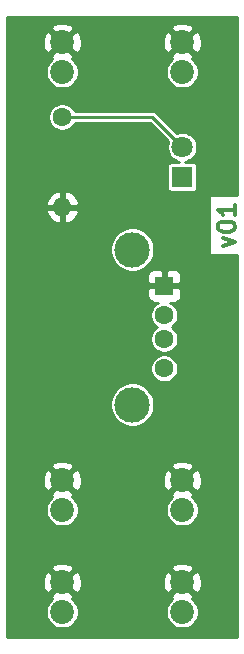
<source format=gtl>
G04 #@! TF.GenerationSoftware,KiCad,Pcbnew,(5.1.2-1)-1*
G04 #@! TF.CreationDate,2019-07-07T21:57:11-07:00*
G04 #@! TF.ProjectId,kicad,6b696361-642e-46b6-9963-61645f706362,v01*
G04 #@! TF.SameCoordinates,Original*
G04 #@! TF.FileFunction,Copper,L1,Top*
G04 #@! TF.FilePolarity,Positive*
%FSLAX46Y46*%
G04 Gerber Fmt 4.6, Leading zero omitted, Abs format (unit mm)*
G04 Created by KiCad (PCBNEW (5.1.2-1)-1) date 2019-07-07 21:57:11*
%MOMM*%
%LPD*%
G04 APERTURE LIST*
%ADD10C,0.300000*%
%ADD11R,1.800000X1.800000*%
%ADD12C,1.800000*%
%ADD13C,1.600000*%
%ADD14R,1.600000X1.600000*%
%ADD15C,3.000000*%
%ADD16C,2.020000*%
%ADD17O,1.600000X1.600000*%
%ADD18C,0.254000*%
G04 APERTURE END LIST*
D10*
X120328571Y-121419714D02*
X121328571Y-121062571D01*
X120328571Y-120705428D01*
X119828571Y-119848285D02*
X119828571Y-119705428D01*
X119900000Y-119562571D01*
X119971428Y-119491142D01*
X120114285Y-119419714D01*
X120400000Y-119348285D01*
X120757142Y-119348285D01*
X121042857Y-119419714D01*
X121185714Y-119491142D01*
X121257142Y-119562571D01*
X121328571Y-119705428D01*
X121328571Y-119848285D01*
X121257142Y-119991142D01*
X121185714Y-120062571D01*
X121042857Y-120134000D01*
X120757142Y-120205428D01*
X120400000Y-120205428D01*
X120114285Y-120134000D01*
X119971428Y-120062571D01*
X119900000Y-119991142D01*
X119828571Y-119848285D01*
X121328571Y-117919714D02*
X121328571Y-118776857D01*
X121328571Y-118348285D02*
X119828571Y-118348285D01*
X120042857Y-118491142D01*
X120185714Y-118634000D01*
X120257142Y-118776857D01*
D11*
X116840000Y-115570000D03*
D12*
X116840000Y-113030000D03*
D13*
X115316000Y-131777500D03*
X115316000Y-129277500D03*
X115316000Y-127277500D03*
D14*
X115316000Y-124777500D03*
D15*
X112606000Y-121707500D03*
X112606000Y-134847500D03*
D16*
X106680000Y-106680000D03*
X106680000Y-104140000D03*
X106680000Y-152400000D03*
X106680000Y-149860000D03*
X116840000Y-104140000D03*
X116840000Y-106680000D03*
X116840000Y-149860000D03*
X116840000Y-152400000D03*
D13*
X106680000Y-110490000D03*
D17*
X106680000Y-118110000D03*
D16*
X106680000Y-143764000D03*
X106680000Y-141224000D03*
X116840000Y-141224000D03*
X116840000Y-143764000D03*
D18*
X114300000Y-110490000D02*
X116840000Y-113030000D01*
X106680000Y-110490000D02*
X114300000Y-110490000D01*
G36*
X121489000Y-117103000D02*
G01*
X119114000Y-117103000D01*
X119114000Y-122165000D01*
X121489000Y-122165000D01*
X121489001Y-154509000D01*
X102031000Y-154509000D01*
X102031000Y-152262999D01*
X105289000Y-152262999D01*
X105289000Y-152537001D01*
X105342456Y-152805740D01*
X105447312Y-153058885D01*
X105599540Y-153286711D01*
X105793289Y-153480460D01*
X106021115Y-153632688D01*
X106274260Y-153737544D01*
X106542999Y-153791000D01*
X106817001Y-153791000D01*
X107085740Y-153737544D01*
X107338885Y-153632688D01*
X107566711Y-153480460D01*
X107760460Y-153286711D01*
X107912688Y-153058885D01*
X108017544Y-152805740D01*
X108071000Y-152537001D01*
X108071000Y-152262999D01*
X115449000Y-152262999D01*
X115449000Y-152537001D01*
X115502456Y-152805740D01*
X115607312Y-153058885D01*
X115759540Y-153286711D01*
X115953289Y-153480460D01*
X116181115Y-153632688D01*
X116434260Y-153737544D01*
X116702999Y-153791000D01*
X116977001Y-153791000D01*
X117245740Y-153737544D01*
X117498885Y-153632688D01*
X117726711Y-153480460D01*
X117920460Y-153286711D01*
X118072688Y-153058885D01*
X118177544Y-152805740D01*
X118231000Y-152537001D01*
X118231000Y-152262999D01*
X118177544Y-151994260D01*
X118072688Y-151741115D01*
X117920460Y-151513289D01*
X117726711Y-151319540D01*
X117674612Y-151284728D01*
X117705968Y-151267968D01*
X117802939Y-151002545D01*
X116840000Y-150039605D01*
X115877061Y-151002545D01*
X115974032Y-151267968D01*
X116006677Y-151283868D01*
X115953289Y-151319540D01*
X115759540Y-151513289D01*
X115607312Y-151741115D01*
X115502456Y-151994260D01*
X115449000Y-152262999D01*
X108071000Y-152262999D01*
X108017544Y-151994260D01*
X107912688Y-151741115D01*
X107760460Y-151513289D01*
X107566711Y-151319540D01*
X107514612Y-151284728D01*
X107545968Y-151267968D01*
X107642939Y-151002545D01*
X106680000Y-150039605D01*
X105717061Y-151002545D01*
X105814032Y-151267968D01*
X105846677Y-151283868D01*
X105793289Y-151319540D01*
X105599540Y-151513289D01*
X105447312Y-151741115D01*
X105342456Y-151994260D01*
X105289000Y-152262999D01*
X102031000Y-152262999D01*
X102031000Y-149922200D01*
X105028211Y-149922200D01*
X105072084Y-150243253D01*
X105177749Y-150549578D01*
X105272032Y-150725968D01*
X105537455Y-150822939D01*
X106500395Y-149860000D01*
X106859605Y-149860000D01*
X107822545Y-150822939D01*
X108087968Y-150725968D01*
X108229856Y-150434647D01*
X108312185Y-150121243D01*
X108324249Y-149922200D01*
X115188211Y-149922200D01*
X115232084Y-150243253D01*
X115337749Y-150549578D01*
X115432032Y-150725968D01*
X115697455Y-150822939D01*
X116660395Y-149860000D01*
X117019605Y-149860000D01*
X117982545Y-150822939D01*
X118247968Y-150725968D01*
X118389856Y-150434647D01*
X118472185Y-150121243D01*
X118491789Y-149797800D01*
X118447916Y-149476747D01*
X118342251Y-149170422D01*
X118247968Y-148994032D01*
X117982545Y-148897061D01*
X117019605Y-149860000D01*
X116660395Y-149860000D01*
X115697455Y-148897061D01*
X115432032Y-148994032D01*
X115290144Y-149285353D01*
X115207815Y-149598757D01*
X115188211Y-149922200D01*
X108324249Y-149922200D01*
X108331789Y-149797800D01*
X108287916Y-149476747D01*
X108182251Y-149170422D01*
X108087968Y-148994032D01*
X107822545Y-148897061D01*
X106859605Y-149860000D01*
X106500395Y-149860000D01*
X105537455Y-148897061D01*
X105272032Y-148994032D01*
X105130144Y-149285353D01*
X105047815Y-149598757D01*
X105028211Y-149922200D01*
X102031000Y-149922200D01*
X102031000Y-148717455D01*
X105717061Y-148717455D01*
X106680000Y-149680395D01*
X107642939Y-148717455D01*
X115877061Y-148717455D01*
X116840000Y-149680395D01*
X117802939Y-148717455D01*
X117705968Y-148452032D01*
X117414647Y-148310144D01*
X117101243Y-148227815D01*
X116777800Y-148208211D01*
X116456747Y-148252084D01*
X116150422Y-148357749D01*
X115974032Y-148452032D01*
X115877061Y-148717455D01*
X107642939Y-148717455D01*
X107545968Y-148452032D01*
X107254647Y-148310144D01*
X106941243Y-148227815D01*
X106617800Y-148208211D01*
X106296747Y-148252084D01*
X105990422Y-148357749D01*
X105814032Y-148452032D01*
X105717061Y-148717455D01*
X102031000Y-148717455D01*
X102031000Y-143626999D01*
X105289000Y-143626999D01*
X105289000Y-143901001D01*
X105342456Y-144169740D01*
X105447312Y-144422885D01*
X105599540Y-144650711D01*
X105793289Y-144844460D01*
X106021115Y-144996688D01*
X106274260Y-145101544D01*
X106542999Y-145155000D01*
X106817001Y-145155000D01*
X107085740Y-145101544D01*
X107338885Y-144996688D01*
X107566711Y-144844460D01*
X107760460Y-144650711D01*
X107912688Y-144422885D01*
X108017544Y-144169740D01*
X108071000Y-143901001D01*
X108071000Y-143626999D01*
X115449000Y-143626999D01*
X115449000Y-143901001D01*
X115502456Y-144169740D01*
X115607312Y-144422885D01*
X115759540Y-144650711D01*
X115953289Y-144844460D01*
X116181115Y-144996688D01*
X116434260Y-145101544D01*
X116702999Y-145155000D01*
X116977001Y-145155000D01*
X117245740Y-145101544D01*
X117498885Y-144996688D01*
X117726711Y-144844460D01*
X117920460Y-144650711D01*
X118072688Y-144422885D01*
X118177544Y-144169740D01*
X118231000Y-143901001D01*
X118231000Y-143626999D01*
X118177544Y-143358260D01*
X118072688Y-143105115D01*
X117920460Y-142877289D01*
X117726711Y-142683540D01*
X117674612Y-142648728D01*
X117705968Y-142631968D01*
X117802939Y-142366545D01*
X116840000Y-141403605D01*
X115877061Y-142366545D01*
X115974032Y-142631968D01*
X116006677Y-142647868D01*
X115953289Y-142683540D01*
X115759540Y-142877289D01*
X115607312Y-143105115D01*
X115502456Y-143358260D01*
X115449000Y-143626999D01*
X108071000Y-143626999D01*
X108017544Y-143358260D01*
X107912688Y-143105115D01*
X107760460Y-142877289D01*
X107566711Y-142683540D01*
X107514612Y-142648728D01*
X107545968Y-142631968D01*
X107642939Y-142366545D01*
X106680000Y-141403605D01*
X105717061Y-142366545D01*
X105814032Y-142631968D01*
X105846677Y-142647868D01*
X105793289Y-142683540D01*
X105599540Y-142877289D01*
X105447312Y-143105115D01*
X105342456Y-143358260D01*
X105289000Y-143626999D01*
X102031000Y-143626999D01*
X102031000Y-141286200D01*
X105028211Y-141286200D01*
X105072084Y-141607253D01*
X105177749Y-141913578D01*
X105272032Y-142089968D01*
X105537455Y-142186939D01*
X106500395Y-141224000D01*
X106859605Y-141224000D01*
X107822545Y-142186939D01*
X108087968Y-142089968D01*
X108229856Y-141798647D01*
X108312185Y-141485243D01*
X108324249Y-141286200D01*
X115188211Y-141286200D01*
X115232084Y-141607253D01*
X115337749Y-141913578D01*
X115432032Y-142089968D01*
X115697455Y-142186939D01*
X116660395Y-141224000D01*
X117019605Y-141224000D01*
X117982545Y-142186939D01*
X118247968Y-142089968D01*
X118389856Y-141798647D01*
X118472185Y-141485243D01*
X118491789Y-141161800D01*
X118447916Y-140840747D01*
X118342251Y-140534422D01*
X118247968Y-140358032D01*
X117982545Y-140261061D01*
X117019605Y-141224000D01*
X116660395Y-141224000D01*
X115697455Y-140261061D01*
X115432032Y-140358032D01*
X115290144Y-140649353D01*
X115207815Y-140962757D01*
X115188211Y-141286200D01*
X108324249Y-141286200D01*
X108331789Y-141161800D01*
X108287916Y-140840747D01*
X108182251Y-140534422D01*
X108087968Y-140358032D01*
X107822545Y-140261061D01*
X106859605Y-141224000D01*
X106500395Y-141224000D01*
X105537455Y-140261061D01*
X105272032Y-140358032D01*
X105130144Y-140649353D01*
X105047815Y-140962757D01*
X105028211Y-141286200D01*
X102031000Y-141286200D01*
X102031000Y-140081455D01*
X105717061Y-140081455D01*
X106680000Y-141044395D01*
X107642939Y-140081455D01*
X115877061Y-140081455D01*
X116840000Y-141044395D01*
X117802939Y-140081455D01*
X117705968Y-139816032D01*
X117414647Y-139674144D01*
X117101243Y-139591815D01*
X116777800Y-139572211D01*
X116456747Y-139616084D01*
X116150422Y-139721749D01*
X115974032Y-139816032D01*
X115877061Y-140081455D01*
X107642939Y-140081455D01*
X107545968Y-139816032D01*
X107254647Y-139674144D01*
X106941243Y-139591815D01*
X106617800Y-139572211D01*
X106296747Y-139616084D01*
X105990422Y-139721749D01*
X105814032Y-139816032D01*
X105717061Y-140081455D01*
X102031000Y-140081455D01*
X102031000Y-134662238D01*
X110725000Y-134662238D01*
X110725000Y-135032762D01*
X110797286Y-135396167D01*
X110939080Y-135738487D01*
X111144932Y-136046567D01*
X111406933Y-136308568D01*
X111715013Y-136514420D01*
X112057333Y-136656214D01*
X112420738Y-136728500D01*
X112791262Y-136728500D01*
X113154667Y-136656214D01*
X113496987Y-136514420D01*
X113805067Y-136308568D01*
X114067068Y-136046567D01*
X114272920Y-135738487D01*
X114414714Y-135396167D01*
X114487000Y-135032762D01*
X114487000Y-134662238D01*
X114414714Y-134298833D01*
X114272920Y-133956513D01*
X114067068Y-133648433D01*
X113805067Y-133386432D01*
X113496987Y-133180580D01*
X113154667Y-133038786D01*
X112791262Y-132966500D01*
X112420738Y-132966500D01*
X112057333Y-133038786D01*
X111715013Y-133180580D01*
X111406933Y-133386432D01*
X111144932Y-133648433D01*
X110939080Y-133956513D01*
X110797286Y-134298833D01*
X110725000Y-134662238D01*
X102031000Y-134662238D01*
X102031000Y-131661182D01*
X114135000Y-131661182D01*
X114135000Y-131893818D01*
X114180386Y-132121985D01*
X114269412Y-132336913D01*
X114398658Y-132530343D01*
X114563157Y-132694842D01*
X114756587Y-132824088D01*
X114971515Y-132913114D01*
X115199682Y-132958500D01*
X115432318Y-132958500D01*
X115660485Y-132913114D01*
X115875413Y-132824088D01*
X116068843Y-132694842D01*
X116233342Y-132530343D01*
X116362588Y-132336913D01*
X116451614Y-132121985D01*
X116497000Y-131893818D01*
X116497000Y-131661182D01*
X116451614Y-131433015D01*
X116362588Y-131218087D01*
X116233342Y-131024657D01*
X116068843Y-130860158D01*
X115875413Y-130730912D01*
X115660485Y-130641886D01*
X115432318Y-130596500D01*
X115199682Y-130596500D01*
X114971515Y-130641886D01*
X114756587Y-130730912D01*
X114563157Y-130860158D01*
X114398658Y-131024657D01*
X114269412Y-131218087D01*
X114180386Y-131433015D01*
X114135000Y-131661182D01*
X102031000Y-131661182D01*
X102031000Y-125577500D01*
X113877928Y-125577500D01*
X113890188Y-125701982D01*
X113926498Y-125821680D01*
X113985463Y-125931994D01*
X114064815Y-126028685D01*
X114161506Y-126108037D01*
X114271820Y-126167002D01*
X114391518Y-126203312D01*
X114516000Y-126215572D01*
X114797683Y-126213889D01*
X114756587Y-126230912D01*
X114563157Y-126360158D01*
X114398658Y-126524657D01*
X114269412Y-126718087D01*
X114180386Y-126933015D01*
X114135000Y-127161182D01*
X114135000Y-127393818D01*
X114180386Y-127621985D01*
X114269412Y-127836913D01*
X114398658Y-128030343D01*
X114563157Y-128194842D01*
X114686863Y-128277500D01*
X114563157Y-128360158D01*
X114398658Y-128524657D01*
X114269412Y-128718087D01*
X114180386Y-128933015D01*
X114135000Y-129161182D01*
X114135000Y-129393818D01*
X114180386Y-129621985D01*
X114269412Y-129836913D01*
X114398658Y-130030343D01*
X114563157Y-130194842D01*
X114756587Y-130324088D01*
X114971515Y-130413114D01*
X115199682Y-130458500D01*
X115432318Y-130458500D01*
X115660485Y-130413114D01*
X115875413Y-130324088D01*
X116068843Y-130194842D01*
X116233342Y-130030343D01*
X116362588Y-129836913D01*
X116451614Y-129621985D01*
X116497000Y-129393818D01*
X116497000Y-129161182D01*
X116451614Y-128933015D01*
X116362588Y-128718087D01*
X116233342Y-128524657D01*
X116068843Y-128360158D01*
X115945137Y-128277500D01*
X116068843Y-128194842D01*
X116233342Y-128030343D01*
X116362588Y-127836913D01*
X116451614Y-127621985D01*
X116497000Y-127393818D01*
X116497000Y-127161182D01*
X116451614Y-126933015D01*
X116362588Y-126718087D01*
X116233342Y-126524657D01*
X116068843Y-126360158D01*
X115875413Y-126230912D01*
X115834317Y-126213889D01*
X116116000Y-126215572D01*
X116240482Y-126203312D01*
X116360180Y-126167002D01*
X116470494Y-126108037D01*
X116567185Y-126028685D01*
X116646537Y-125931994D01*
X116705502Y-125821680D01*
X116741812Y-125701982D01*
X116754072Y-125577500D01*
X116751000Y-125063250D01*
X116592250Y-124904500D01*
X115443000Y-124904500D01*
X115443000Y-124924500D01*
X115189000Y-124924500D01*
X115189000Y-124904500D01*
X114039750Y-124904500D01*
X113881000Y-125063250D01*
X113877928Y-125577500D01*
X102031000Y-125577500D01*
X102031000Y-123977500D01*
X113877928Y-123977500D01*
X113881000Y-124491750D01*
X114039750Y-124650500D01*
X115189000Y-124650500D01*
X115189000Y-123501250D01*
X115443000Y-123501250D01*
X115443000Y-124650500D01*
X116592250Y-124650500D01*
X116751000Y-124491750D01*
X116754072Y-123977500D01*
X116741812Y-123853018D01*
X116705502Y-123733320D01*
X116646537Y-123623006D01*
X116567185Y-123526315D01*
X116470494Y-123446963D01*
X116360180Y-123387998D01*
X116240482Y-123351688D01*
X116116000Y-123339428D01*
X115601750Y-123342500D01*
X115443000Y-123501250D01*
X115189000Y-123501250D01*
X115030250Y-123342500D01*
X114516000Y-123339428D01*
X114391518Y-123351688D01*
X114271820Y-123387998D01*
X114161506Y-123446963D01*
X114064815Y-123526315D01*
X113985463Y-123623006D01*
X113926498Y-123733320D01*
X113890188Y-123853018D01*
X113877928Y-123977500D01*
X102031000Y-123977500D01*
X102031000Y-121522238D01*
X110725000Y-121522238D01*
X110725000Y-121892762D01*
X110797286Y-122256167D01*
X110939080Y-122598487D01*
X111144932Y-122906567D01*
X111406933Y-123168568D01*
X111715013Y-123374420D01*
X112057333Y-123516214D01*
X112420738Y-123588500D01*
X112791262Y-123588500D01*
X113154667Y-123516214D01*
X113496987Y-123374420D01*
X113805067Y-123168568D01*
X114067068Y-122906567D01*
X114272920Y-122598487D01*
X114414714Y-122256167D01*
X114487000Y-121892762D01*
X114487000Y-121522238D01*
X114414714Y-121158833D01*
X114272920Y-120816513D01*
X114067068Y-120508433D01*
X113805067Y-120246432D01*
X113496987Y-120040580D01*
X113154667Y-119898786D01*
X112791262Y-119826500D01*
X112420738Y-119826500D01*
X112057333Y-119898786D01*
X111715013Y-120040580D01*
X111406933Y-120246432D01*
X111144932Y-120508433D01*
X110939080Y-120816513D01*
X110797286Y-121158833D01*
X110725000Y-121522238D01*
X102031000Y-121522238D01*
X102031000Y-118459040D01*
X105288091Y-118459040D01*
X105382930Y-118723881D01*
X105527615Y-118965131D01*
X105716586Y-119173519D01*
X105942580Y-119341037D01*
X106196913Y-119461246D01*
X106330961Y-119501904D01*
X106553000Y-119379915D01*
X106553000Y-118237000D01*
X106807000Y-118237000D01*
X106807000Y-119379915D01*
X107029039Y-119501904D01*
X107163087Y-119461246D01*
X107417420Y-119341037D01*
X107643414Y-119173519D01*
X107832385Y-118965131D01*
X107977070Y-118723881D01*
X108071909Y-118459040D01*
X107950624Y-118237000D01*
X106807000Y-118237000D01*
X106553000Y-118237000D01*
X105409376Y-118237000D01*
X105288091Y-118459040D01*
X102031000Y-118459040D01*
X102031000Y-117760960D01*
X105288091Y-117760960D01*
X105409376Y-117983000D01*
X106553000Y-117983000D01*
X106553000Y-116840085D01*
X106807000Y-116840085D01*
X106807000Y-117983000D01*
X107950624Y-117983000D01*
X108071909Y-117760960D01*
X107977070Y-117496119D01*
X107832385Y-117254869D01*
X107643414Y-117046481D01*
X107417420Y-116878963D01*
X107163087Y-116758754D01*
X107029039Y-116718096D01*
X106807000Y-116840085D01*
X106553000Y-116840085D01*
X106330961Y-116718096D01*
X106196913Y-116758754D01*
X105942580Y-116878963D01*
X105716586Y-117046481D01*
X105527615Y-117254869D01*
X105382930Y-117496119D01*
X105288091Y-117760960D01*
X102031000Y-117760960D01*
X102031000Y-110373682D01*
X105499000Y-110373682D01*
X105499000Y-110606318D01*
X105544386Y-110834485D01*
X105633412Y-111049413D01*
X105762658Y-111242843D01*
X105927157Y-111407342D01*
X106120587Y-111536588D01*
X106335515Y-111625614D01*
X106563682Y-111671000D01*
X106796318Y-111671000D01*
X107024485Y-111625614D01*
X107239413Y-111536588D01*
X107432843Y-111407342D01*
X107597342Y-111242843D01*
X107726588Y-111049413D01*
X107747884Y-110998000D01*
X114089580Y-110998000D01*
X115649145Y-112557565D01*
X115608228Y-112656346D01*
X115559000Y-112903833D01*
X115559000Y-113156167D01*
X115608228Y-113403654D01*
X115704793Y-113636781D01*
X115844982Y-113846590D01*
X116023410Y-114025018D01*
X116233219Y-114165207D01*
X116466346Y-114261772D01*
X116593966Y-114287157D01*
X115940000Y-114287157D01*
X115865311Y-114294513D01*
X115793492Y-114316299D01*
X115727304Y-114351678D01*
X115669289Y-114399289D01*
X115621678Y-114457304D01*
X115586299Y-114523492D01*
X115564513Y-114595311D01*
X115557157Y-114670000D01*
X115557157Y-116470000D01*
X115564513Y-116544689D01*
X115586299Y-116616508D01*
X115621678Y-116682696D01*
X115669289Y-116740711D01*
X115727304Y-116788322D01*
X115793492Y-116823701D01*
X115865311Y-116845487D01*
X115940000Y-116852843D01*
X117740000Y-116852843D01*
X117814689Y-116845487D01*
X117886508Y-116823701D01*
X117952696Y-116788322D01*
X118010711Y-116740711D01*
X118058322Y-116682696D01*
X118093701Y-116616508D01*
X118115487Y-116544689D01*
X118122843Y-116470000D01*
X118122843Y-114670000D01*
X118115487Y-114595311D01*
X118093701Y-114523492D01*
X118058322Y-114457304D01*
X118010711Y-114399289D01*
X117952696Y-114351678D01*
X117886508Y-114316299D01*
X117814689Y-114294513D01*
X117740000Y-114287157D01*
X117086034Y-114287157D01*
X117213654Y-114261772D01*
X117446781Y-114165207D01*
X117656590Y-114025018D01*
X117835018Y-113846590D01*
X117975207Y-113636781D01*
X118071772Y-113403654D01*
X118121000Y-113156167D01*
X118121000Y-112903833D01*
X118071772Y-112656346D01*
X117975207Y-112423219D01*
X117835018Y-112213410D01*
X117656590Y-112034982D01*
X117446781Y-111894793D01*
X117213654Y-111798228D01*
X116966167Y-111749000D01*
X116713833Y-111749000D01*
X116466346Y-111798228D01*
X116367565Y-111839145D01*
X114676855Y-110148435D01*
X114660948Y-110129052D01*
X114583595Y-110065571D01*
X114495343Y-110018399D01*
X114399585Y-109989351D01*
X114324947Y-109982000D01*
X114324944Y-109982000D01*
X114300000Y-109979543D01*
X114275056Y-109982000D01*
X107747884Y-109982000D01*
X107726588Y-109930587D01*
X107597342Y-109737157D01*
X107432843Y-109572658D01*
X107239413Y-109443412D01*
X107024485Y-109354386D01*
X106796318Y-109309000D01*
X106563682Y-109309000D01*
X106335515Y-109354386D01*
X106120587Y-109443412D01*
X105927157Y-109572658D01*
X105762658Y-109737157D01*
X105633412Y-109930587D01*
X105544386Y-110145515D01*
X105499000Y-110373682D01*
X102031000Y-110373682D01*
X102031000Y-106542999D01*
X105289000Y-106542999D01*
X105289000Y-106817001D01*
X105342456Y-107085740D01*
X105447312Y-107338885D01*
X105599540Y-107566711D01*
X105793289Y-107760460D01*
X106021115Y-107912688D01*
X106274260Y-108017544D01*
X106542999Y-108071000D01*
X106817001Y-108071000D01*
X107085740Y-108017544D01*
X107338885Y-107912688D01*
X107566711Y-107760460D01*
X107760460Y-107566711D01*
X107912688Y-107338885D01*
X108017544Y-107085740D01*
X108071000Y-106817001D01*
X108071000Y-106542999D01*
X115449000Y-106542999D01*
X115449000Y-106817001D01*
X115502456Y-107085740D01*
X115607312Y-107338885D01*
X115759540Y-107566711D01*
X115953289Y-107760460D01*
X116181115Y-107912688D01*
X116434260Y-108017544D01*
X116702999Y-108071000D01*
X116977001Y-108071000D01*
X117245740Y-108017544D01*
X117498885Y-107912688D01*
X117726711Y-107760460D01*
X117920460Y-107566711D01*
X118072688Y-107338885D01*
X118177544Y-107085740D01*
X118231000Y-106817001D01*
X118231000Y-106542999D01*
X118177544Y-106274260D01*
X118072688Y-106021115D01*
X117920460Y-105793289D01*
X117726711Y-105599540D01*
X117674612Y-105564728D01*
X117705968Y-105547968D01*
X117802939Y-105282545D01*
X116840000Y-104319605D01*
X115877061Y-105282545D01*
X115974032Y-105547968D01*
X116006677Y-105563868D01*
X115953289Y-105599540D01*
X115759540Y-105793289D01*
X115607312Y-106021115D01*
X115502456Y-106274260D01*
X115449000Y-106542999D01*
X108071000Y-106542999D01*
X108017544Y-106274260D01*
X107912688Y-106021115D01*
X107760460Y-105793289D01*
X107566711Y-105599540D01*
X107514612Y-105564728D01*
X107545968Y-105547968D01*
X107642939Y-105282545D01*
X106680000Y-104319605D01*
X105717061Y-105282545D01*
X105814032Y-105547968D01*
X105846677Y-105563868D01*
X105793289Y-105599540D01*
X105599540Y-105793289D01*
X105447312Y-106021115D01*
X105342456Y-106274260D01*
X105289000Y-106542999D01*
X102031000Y-106542999D01*
X102031000Y-104202200D01*
X105028211Y-104202200D01*
X105072084Y-104523253D01*
X105177749Y-104829578D01*
X105272032Y-105005968D01*
X105537455Y-105102939D01*
X106500395Y-104140000D01*
X106859605Y-104140000D01*
X107822545Y-105102939D01*
X108087968Y-105005968D01*
X108229856Y-104714647D01*
X108312185Y-104401243D01*
X108324249Y-104202200D01*
X115188211Y-104202200D01*
X115232084Y-104523253D01*
X115337749Y-104829578D01*
X115432032Y-105005968D01*
X115697455Y-105102939D01*
X116660395Y-104140000D01*
X117019605Y-104140000D01*
X117982545Y-105102939D01*
X118247968Y-105005968D01*
X118389856Y-104714647D01*
X118472185Y-104401243D01*
X118491789Y-104077800D01*
X118447916Y-103756747D01*
X118342251Y-103450422D01*
X118247968Y-103274032D01*
X117982545Y-103177061D01*
X117019605Y-104140000D01*
X116660395Y-104140000D01*
X115697455Y-103177061D01*
X115432032Y-103274032D01*
X115290144Y-103565353D01*
X115207815Y-103878757D01*
X115188211Y-104202200D01*
X108324249Y-104202200D01*
X108331789Y-104077800D01*
X108287916Y-103756747D01*
X108182251Y-103450422D01*
X108087968Y-103274032D01*
X107822545Y-103177061D01*
X106859605Y-104140000D01*
X106500395Y-104140000D01*
X105537455Y-103177061D01*
X105272032Y-103274032D01*
X105130144Y-103565353D01*
X105047815Y-103878757D01*
X105028211Y-104202200D01*
X102031000Y-104202200D01*
X102031000Y-102997455D01*
X105717061Y-102997455D01*
X106680000Y-103960395D01*
X107642939Y-102997455D01*
X115877061Y-102997455D01*
X116840000Y-103960395D01*
X117802939Y-102997455D01*
X117705968Y-102732032D01*
X117414647Y-102590144D01*
X117101243Y-102507815D01*
X116777800Y-102488211D01*
X116456747Y-102532084D01*
X116150422Y-102637749D01*
X115974032Y-102732032D01*
X115877061Y-102997455D01*
X107642939Y-102997455D01*
X107545968Y-102732032D01*
X107254647Y-102590144D01*
X106941243Y-102507815D01*
X106617800Y-102488211D01*
X106296747Y-102532084D01*
X105990422Y-102637749D01*
X105814032Y-102732032D01*
X105717061Y-102997455D01*
X102031000Y-102997455D01*
X102031000Y-102031000D01*
X121489000Y-102031000D01*
X121489000Y-117103000D01*
X121489000Y-117103000D01*
G37*
X121489000Y-117103000D02*
X119114000Y-117103000D01*
X119114000Y-122165000D01*
X121489000Y-122165000D01*
X121489001Y-154509000D01*
X102031000Y-154509000D01*
X102031000Y-152262999D01*
X105289000Y-152262999D01*
X105289000Y-152537001D01*
X105342456Y-152805740D01*
X105447312Y-153058885D01*
X105599540Y-153286711D01*
X105793289Y-153480460D01*
X106021115Y-153632688D01*
X106274260Y-153737544D01*
X106542999Y-153791000D01*
X106817001Y-153791000D01*
X107085740Y-153737544D01*
X107338885Y-153632688D01*
X107566711Y-153480460D01*
X107760460Y-153286711D01*
X107912688Y-153058885D01*
X108017544Y-152805740D01*
X108071000Y-152537001D01*
X108071000Y-152262999D01*
X115449000Y-152262999D01*
X115449000Y-152537001D01*
X115502456Y-152805740D01*
X115607312Y-153058885D01*
X115759540Y-153286711D01*
X115953289Y-153480460D01*
X116181115Y-153632688D01*
X116434260Y-153737544D01*
X116702999Y-153791000D01*
X116977001Y-153791000D01*
X117245740Y-153737544D01*
X117498885Y-153632688D01*
X117726711Y-153480460D01*
X117920460Y-153286711D01*
X118072688Y-153058885D01*
X118177544Y-152805740D01*
X118231000Y-152537001D01*
X118231000Y-152262999D01*
X118177544Y-151994260D01*
X118072688Y-151741115D01*
X117920460Y-151513289D01*
X117726711Y-151319540D01*
X117674612Y-151284728D01*
X117705968Y-151267968D01*
X117802939Y-151002545D01*
X116840000Y-150039605D01*
X115877061Y-151002545D01*
X115974032Y-151267968D01*
X116006677Y-151283868D01*
X115953289Y-151319540D01*
X115759540Y-151513289D01*
X115607312Y-151741115D01*
X115502456Y-151994260D01*
X115449000Y-152262999D01*
X108071000Y-152262999D01*
X108017544Y-151994260D01*
X107912688Y-151741115D01*
X107760460Y-151513289D01*
X107566711Y-151319540D01*
X107514612Y-151284728D01*
X107545968Y-151267968D01*
X107642939Y-151002545D01*
X106680000Y-150039605D01*
X105717061Y-151002545D01*
X105814032Y-151267968D01*
X105846677Y-151283868D01*
X105793289Y-151319540D01*
X105599540Y-151513289D01*
X105447312Y-151741115D01*
X105342456Y-151994260D01*
X105289000Y-152262999D01*
X102031000Y-152262999D01*
X102031000Y-149922200D01*
X105028211Y-149922200D01*
X105072084Y-150243253D01*
X105177749Y-150549578D01*
X105272032Y-150725968D01*
X105537455Y-150822939D01*
X106500395Y-149860000D01*
X106859605Y-149860000D01*
X107822545Y-150822939D01*
X108087968Y-150725968D01*
X108229856Y-150434647D01*
X108312185Y-150121243D01*
X108324249Y-149922200D01*
X115188211Y-149922200D01*
X115232084Y-150243253D01*
X115337749Y-150549578D01*
X115432032Y-150725968D01*
X115697455Y-150822939D01*
X116660395Y-149860000D01*
X117019605Y-149860000D01*
X117982545Y-150822939D01*
X118247968Y-150725968D01*
X118389856Y-150434647D01*
X118472185Y-150121243D01*
X118491789Y-149797800D01*
X118447916Y-149476747D01*
X118342251Y-149170422D01*
X118247968Y-148994032D01*
X117982545Y-148897061D01*
X117019605Y-149860000D01*
X116660395Y-149860000D01*
X115697455Y-148897061D01*
X115432032Y-148994032D01*
X115290144Y-149285353D01*
X115207815Y-149598757D01*
X115188211Y-149922200D01*
X108324249Y-149922200D01*
X108331789Y-149797800D01*
X108287916Y-149476747D01*
X108182251Y-149170422D01*
X108087968Y-148994032D01*
X107822545Y-148897061D01*
X106859605Y-149860000D01*
X106500395Y-149860000D01*
X105537455Y-148897061D01*
X105272032Y-148994032D01*
X105130144Y-149285353D01*
X105047815Y-149598757D01*
X105028211Y-149922200D01*
X102031000Y-149922200D01*
X102031000Y-148717455D01*
X105717061Y-148717455D01*
X106680000Y-149680395D01*
X107642939Y-148717455D01*
X115877061Y-148717455D01*
X116840000Y-149680395D01*
X117802939Y-148717455D01*
X117705968Y-148452032D01*
X117414647Y-148310144D01*
X117101243Y-148227815D01*
X116777800Y-148208211D01*
X116456747Y-148252084D01*
X116150422Y-148357749D01*
X115974032Y-148452032D01*
X115877061Y-148717455D01*
X107642939Y-148717455D01*
X107545968Y-148452032D01*
X107254647Y-148310144D01*
X106941243Y-148227815D01*
X106617800Y-148208211D01*
X106296747Y-148252084D01*
X105990422Y-148357749D01*
X105814032Y-148452032D01*
X105717061Y-148717455D01*
X102031000Y-148717455D01*
X102031000Y-143626999D01*
X105289000Y-143626999D01*
X105289000Y-143901001D01*
X105342456Y-144169740D01*
X105447312Y-144422885D01*
X105599540Y-144650711D01*
X105793289Y-144844460D01*
X106021115Y-144996688D01*
X106274260Y-145101544D01*
X106542999Y-145155000D01*
X106817001Y-145155000D01*
X107085740Y-145101544D01*
X107338885Y-144996688D01*
X107566711Y-144844460D01*
X107760460Y-144650711D01*
X107912688Y-144422885D01*
X108017544Y-144169740D01*
X108071000Y-143901001D01*
X108071000Y-143626999D01*
X115449000Y-143626999D01*
X115449000Y-143901001D01*
X115502456Y-144169740D01*
X115607312Y-144422885D01*
X115759540Y-144650711D01*
X115953289Y-144844460D01*
X116181115Y-144996688D01*
X116434260Y-145101544D01*
X116702999Y-145155000D01*
X116977001Y-145155000D01*
X117245740Y-145101544D01*
X117498885Y-144996688D01*
X117726711Y-144844460D01*
X117920460Y-144650711D01*
X118072688Y-144422885D01*
X118177544Y-144169740D01*
X118231000Y-143901001D01*
X118231000Y-143626999D01*
X118177544Y-143358260D01*
X118072688Y-143105115D01*
X117920460Y-142877289D01*
X117726711Y-142683540D01*
X117674612Y-142648728D01*
X117705968Y-142631968D01*
X117802939Y-142366545D01*
X116840000Y-141403605D01*
X115877061Y-142366545D01*
X115974032Y-142631968D01*
X116006677Y-142647868D01*
X115953289Y-142683540D01*
X115759540Y-142877289D01*
X115607312Y-143105115D01*
X115502456Y-143358260D01*
X115449000Y-143626999D01*
X108071000Y-143626999D01*
X108017544Y-143358260D01*
X107912688Y-143105115D01*
X107760460Y-142877289D01*
X107566711Y-142683540D01*
X107514612Y-142648728D01*
X107545968Y-142631968D01*
X107642939Y-142366545D01*
X106680000Y-141403605D01*
X105717061Y-142366545D01*
X105814032Y-142631968D01*
X105846677Y-142647868D01*
X105793289Y-142683540D01*
X105599540Y-142877289D01*
X105447312Y-143105115D01*
X105342456Y-143358260D01*
X105289000Y-143626999D01*
X102031000Y-143626999D01*
X102031000Y-141286200D01*
X105028211Y-141286200D01*
X105072084Y-141607253D01*
X105177749Y-141913578D01*
X105272032Y-142089968D01*
X105537455Y-142186939D01*
X106500395Y-141224000D01*
X106859605Y-141224000D01*
X107822545Y-142186939D01*
X108087968Y-142089968D01*
X108229856Y-141798647D01*
X108312185Y-141485243D01*
X108324249Y-141286200D01*
X115188211Y-141286200D01*
X115232084Y-141607253D01*
X115337749Y-141913578D01*
X115432032Y-142089968D01*
X115697455Y-142186939D01*
X116660395Y-141224000D01*
X117019605Y-141224000D01*
X117982545Y-142186939D01*
X118247968Y-142089968D01*
X118389856Y-141798647D01*
X118472185Y-141485243D01*
X118491789Y-141161800D01*
X118447916Y-140840747D01*
X118342251Y-140534422D01*
X118247968Y-140358032D01*
X117982545Y-140261061D01*
X117019605Y-141224000D01*
X116660395Y-141224000D01*
X115697455Y-140261061D01*
X115432032Y-140358032D01*
X115290144Y-140649353D01*
X115207815Y-140962757D01*
X115188211Y-141286200D01*
X108324249Y-141286200D01*
X108331789Y-141161800D01*
X108287916Y-140840747D01*
X108182251Y-140534422D01*
X108087968Y-140358032D01*
X107822545Y-140261061D01*
X106859605Y-141224000D01*
X106500395Y-141224000D01*
X105537455Y-140261061D01*
X105272032Y-140358032D01*
X105130144Y-140649353D01*
X105047815Y-140962757D01*
X105028211Y-141286200D01*
X102031000Y-141286200D01*
X102031000Y-140081455D01*
X105717061Y-140081455D01*
X106680000Y-141044395D01*
X107642939Y-140081455D01*
X115877061Y-140081455D01*
X116840000Y-141044395D01*
X117802939Y-140081455D01*
X117705968Y-139816032D01*
X117414647Y-139674144D01*
X117101243Y-139591815D01*
X116777800Y-139572211D01*
X116456747Y-139616084D01*
X116150422Y-139721749D01*
X115974032Y-139816032D01*
X115877061Y-140081455D01*
X107642939Y-140081455D01*
X107545968Y-139816032D01*
X107254647Y-139674144D01*
X106941243Y-139591815D01*
X106617800Y-139572211D01*
X106296747Y-139616084D01*
X105990422Y-139721749D01*
X105814032Y-139816032D01*
X105717061Y-140081455D01*
X102031000Y-140081455D01*
X102031000Y-134662238D01*
X110725000Y-134662238D01*
X110725000Y-135032762D01*
X110797286Y-135396167D01*
X110939080Y-135738487D01*
X111144932Y-136046567D01*
X111406933Y-136308568D01*
X111715013Y-136514420D01*
X112057333Y-136656214D01*
X112420738Y-136728500D01*
X112791262Y-136728500D01*
X113154667Y-136656214D01*
X113496987Y-136514420D01*
X113805067Y-136308568D01*
X114067068Y-136046567D01*
X114272920Y-135738487D01*
X114414714Y-135396167D01*
X114487000Y-135032762D01*
X114487000Y-134662238D01*
X114414714Y-134298833D01*
X114272920Y-133956513D01*
X114067068Y-133648433D01*
X113805067Y-133386432D01*
X113496987Y-133180580D01*
X113154667Y-133038786D01*
X112791262Y-132966500D01*
X112420738Y-132966500D01*
X112057333Y-133038786D01*
X111715013Y-133180580D01*
X111406933Y-133386432D01*
X111144932Y-133648433D01*
X110939080Y-133956513D01*
X110797286Y-134298833D01*
X110725000Y-134662238D01*
X102031000Y-134662238D01*
X102031000Y-131661182D01*
X114135000Y-131661182D01*
X114135000Y-131893818D01*
X114180386Y-132121985D01*
X114269412Y-132336913D01*
X114398658Y-132530343D01*
X114563157Y-132694842D01*
X114756587Y-132824088D01*
X114971515Y-132913114D01*
X115199682Y-132958500D01*
X115432318Y-132958500D01*
X115660485Y-132913114D01*
X115875413Y-132824088D01*
X116068843Y-132694842D01*
X116233342Y-132530343D01*
X116362588Y-132336913D01*
X116451614Y-132121985D01*
X116497000Y-131893818D01*
X116497000Y-131661182D01*
X116451614Y-131433015D01*
X116362588Y-131218087D01*
X116233342Y-131024657D01*
X116068843Y-130860158D01*
X115875413Y-130730912D01*
X115660485Y-130641886D01*
X115432318Y-130596500D01*
X115199682Y-130596500D01*
X114971515Y-130641886D01*
X114756587Y-130730912D01*
X114563157Y-130860158D01*
X114398658Y-131024657D01*
X114269412Y-131218087D01*
X114180386Y-131433015D01*
X114135000Y-131661182D01*
X102031000Y-131661182D01*
X102031000Y-125577500D01*
X113877928Y-125577500D01*
X113890188Y-125701982D01*
X113926498Y-125821680D01*
X113985463Y-125931994D01*
X114064815Y-126028685D01*
X114161506Y-126108037D01*
X114271820Y-126167002D01*
X114391518Y-126203312D01*
X114516000Y-126215572D01*
X114797683Y-126213889D01*
X114756587Y-126230912D01*
X114563157Y-126360158D01*
X114398658Y-126524657D01*
X114269412Y-126718087D01*
X114180386Y-126933015D01*
X114135000Y-127161182D01*
X114135000Y-127393818D01*
X114180386Y-127621985D01*
X114269412Y-127836913D01*
X114398658Y-128030343D01*
X114563157Y-128194842D01*
X114686863Y-128277500D01*
X114563157Y-128360158D01*
X114398658Y-128524657D01*
X114269412Y-128718087D01*
X114180386Y-128933015D01*
X114135000Y-129161182D01*
X114135000Y-129393818D01*
X114180386Y-129621985D01*
X114269412Y-129836913D01*
X114398658Y-130030343D01*
X114563157Y-130194842D01*
X114756587Y-130324088D01*
X114971515Y-130413114D01*
X115199682Y-130458500D01*
X115432318Y-130458500D01*
X115660485Y-130413114D01*
X115875413Y-130324088D01*
X116068843Y-130194842D01*
X116233342Y-130030343D01*
X116362588Y-129836913D01*
X116451614Y-129621985D01*
X116497000Y-129393818D01*
X116497000Y-129161182D01*
X116451614Y-128933015D01*
X116362588Y-128718087D01*
X116233342Y-128524657D01*
X116068843Y-128360158D01*
X115945137Y-128277500D01*
X116068843Y-128194842D01*
X116233342Y-128030343D01*
X116362588Y-127836913D01*
X116451614Y-127621985D01*
X116497000Y-127393818D01*
X116497000Y-127161182D01*
X116451614Y-126933015D01*
X116362588Y-126718087D01*
X116233342Y-126524657D01*
X116068843Y-126360158D01*
X115875413Y-126230912D01*
X115834317Y-126213889D01*
X116116000Y-126215572D01*
X116240482Y-126203312D01*
X116360180Y-126167002D01*
X116470494Y-126108037D01*
X116567185Y-126028685D01*
X116646537Y-125931994D01*
X116705502Y-125821680D01*
X116741812Y-125701982D01*
X116754072Y-125577500D01*
X116751000Y-125063250D01*
X116592250Y-124904500D01*
X115443000Y-124904500D01*
X115443000Y-124924500D01*
X115189000Y-124924500D01*
X115189000Y-124904500D01*
X114039750Y-124904500D01*
X113881000Y-125063250D01*
X113877928Y-125577500D01*
X102031000Y-125577500D01*
X102031000Y-123977500D01*
X113877928Y-123977500D01*
X113881000Y-124491750D01*
X114039750Y-124650500D01*
X115189000Y-124650500D01*
X115189000Y-123501250D01*
X115443000Y-123501250D01*
X115443000Y-124650500D01*
X116592250Y-124650500D01*
X116751000Y-124491750D01*
X116754072Y-123977500D01*
X116741812Y-123853018D01*
X116705502Y-123733320D01*
X116646537Y-123623006D01*
X116567185Y-123526315D01*
X116470494Y-123446963D01*
X116360180Y-123387998D01*
X116240482Y-123351688D01*
X116116000Y-123339428D01*
X115601750Y-123342500D01*
X115443000Y-123501250D01*
X115189000Y-123501250D01*
X115030250Y-123342500D01*
X114516000Y-123339428D01*
X114391518Y-123351688D01*
X114271820Y-123387998D01*
X114161506Y-123446963D01*
X114064815Y-123526315D01*
X113985463Y-123623006D01*
X113926498Y-123733320D01*
X113890188Y-123853018D01*
X113877928Y-123977500D01*
X102031000Y-123977500D01*
X102031000Y-121522238D01*
X110725000Y-121522238D01*
X110725000Y-121892762D01*
X110797286Y-122256167D01*
X110939080Y-122598487D01*
X111144932Y-122906567D01*
X111406933Y-123168568D01*
X111715013Y-123374420D01*
X112057333Y-123516214D01*
X112420738Y-123588500D01*
X112791262Y-123588500D01*
X113154667Y-123516214D01*
X113496987Y-123374420D01*
X113805067Y-123168568D01*
X114067068Y-122906567D01*
X114272920Y-122598487D01*
X114414714Y-122256167D01*
X114487000Y-121892762D01*
X114487000Y-121522238D01*
X114414714Y-121158833D01*
X114272920Y-120816513D01*
X114067068Y-120508433D01*
X113805067Y-120246432D01*
X113496987Y-120040580D01*
X113154667Y-119898786D01*
X112791262Y-119826500D01*
X112420738Y-119826500D01*
X112057333Y-119898786D01*
X111715013Y-120040580D01*
X111406933Y-120246432D01*
X111144932Y-120508433D01*
X110939080Y-120816513D01*
X110797286Y-121158833D01*
X110725000Y-121522238D01*
X102031000Y-121522238D01*
X102031000Y-118459040D01*
X105288091Y-118459040D01*
X105382930Y-118723881D01*
X105527615Y-118965131D01*
X105716586Y-119173519D01*
X105942580Y-119341037D01*
X106196913Y-119461246D01*
X106330961Y-119501904D01*
X106553000Y-119379915D01*
X106553000Y-118237000D01*
X106807000Y-118237000D01*
X106807000Y-119379915D01*
X107029039Y-119501904D01*
X107163087Y-119461246D01*
X107417420Y-119341037D01*
X107643414Y-119173519D01*
X107832385Y-118965131D01*
X107977070Y-118723881D01*
X108071909Y-118459040D01*
X107950624Y-118237000D01*
X106807000Y-118237000D01*
X106553000Y-118237000D01*
X105409376Y-118237000D01*
X105288091Y-118459040D01*
X102031000Y-118459040D01*
X102031000Y-117760960D01*
X105288091Y-117760960D01*
X105409376Y-117983000D01*
X106553000Y-117983000D01*
X106553000Y-116840085D01*
X106807000Y-116840085D01*
X106807000Y-117983000D01*
X107950624Y-117983000D01*
X108071909Y-117760960D01*
X107977070Y-117496119D01*
X107832385Y-117254869D01*
X107643414Y-117046481D01*
X107417420Y-116878963D01*
X107163087Y-116758754D01*
X107029039Y-116718096D01*
X106807000Y-116840085D01*
X106553000Y-116840085D01*
X106330961Y-116718096D01*
X106196913Y-116758754D01*
X105942580Y-116878963D01*
X105716586Y-117046481D01*
X105527615Y-117254869D01*
X105382930Y-117496119D01*
X105288091Y-117760960D01*
X102031000Y-117760960D01*
X102031000Y-110373682D01*
X105499000Y-110373682D01*
X105499000Y-110606318D01*
X105544386Y-110834485D01*
X105633412Y-111049413D01*
X105762658Y-111242843D01*
X105927157Y-111407342D01*
X106120587Y-111536588D01*
X106335515Y-111625614D01*
X106563682Y-111671000D01*
X106796318Y-111671000D01*
X107024485Y-111625614D01*
X107239413Y-111536588D01*
X107432843Y-111407342D01*
X107597342Y-111242843D01*
X107726588Y-111049413D01*
X107747884Y-110998000D01*
X114089580Y-110998000D01*
X115649145Y-112557565D01*
X115608228Y-112656346D01*
X115559000Y-112903833D01*
X115559000Y-113156167D01*
X115608228Y-113403654D01*
X115704793Y-113636781D01*
X115844982Y-113846590D01*
X116023410Y-114025018D01*
X116233219Y-114165207D01*
X116466346Y-114261772D01*
X116593966Y-114287157D01*
X115940000Y-114287157D01*
X115865311Y-114294513D01*
X115793492Y-114316299D01*
X115727304Y-114351678D01*
X115669289Y-114399289D01*
X115621678Y-114457304D01*
X115586299Y-114523492D01*
X115564513Y-114595311D01*
X115557157Y-114670000D01*
X115557157Y-116470000D01*
X115564513Y-116544689D01*
X115586299Y-116616508D01*
X115621678Y-116682696D01*
X115669289Y-116740711D01*
X115727304Y-116788322D01*
X115793492Y-116823701D01*
X115865311Y-116845487D01*
X115940000Y-116852843D01*
X117740000Y-116852843D01*
X117814689Y-116845487D01*
X117886508Y-116823701D01*
X117952696Y-116788322D01*
X118010711Y-116740711D01*
X118058322Y-116682696D01*
X118093701Y-116616508D01*
X118115487Y-116544689D01*
X118122843Y-116470000D01*
X118122843Y-114670000D01*
X118115487Y-114595311D01*
X118093701Y-114523492D01*
X118058322Y-114457304D01*
X118010711Y-114399289D01*
X117952696Y-114351678D01*
X117886508Y-114316299D01*
X117814689Y-114294513D01*
X117740000Y-114287157D01*
X117086034Y-114287157D01*
X117213654Y-114261772D01*
X117446781Y-114165207D01*
X117656590Y-114025018D01*
X117835018Y-113846590D01*
X117975207Y-113636781D01*
X118071772Y-113403654D01*
X118121000Y-113156167D01*
X118121000Y-112903833D01*
X118071772Y-112656346D01*
X117975207Y-112423219D01*
X117835018Y-112213410D01*
X117656590Y-112034982D01*
X117446781Y-111894793D01*
X117213654Y-111798228D01*
X116966167Y-111749000D01*
X116713833Y-111749000D01*
X116466346Y-111798228D01*
X116367565Y-111839145D01*
X114676855Y-110148435D01*
X114660948Y-110129052D01*
X114583595Y-110065571D01*
X114495343Y-110018399D01*
X114399585Y-109989351D01*
X114324947Y-109982000D01*
X114324944Y-109982000D01*
X114300000Y-109979543D01*
X114275056Y-109982000D01*
X107747884Y-109982000D01*
X107726588Y-109930587D01*
X107597342Y-109737157D01*
X107432843Y-109572658D01*
X107239413Y-109443412D01*
X107024485Y-109354386D01*
X106796318Y-109309000D01*
X106563682Y-109309000D01*
X106335515Y-109354386D01*
X106120587Y-109443412D01*
X105927157Y-109572658D01*
X105762658Y-109737157D01*
X105633412Y-109930587D01*
X105544386Y-110145515D01*
X105499000Y-110373682D01*
X102031000Y-110373682D01*
X102031000Y-106542999D01*
X105289000Y-106542999D01*
X105289000Y-106817001D01*
X105342456Y-107085740D01*
X105447312Y-107338885D01*
X105599540Y-107566711D01*
X105793289Y-107760460D01*
X106021115Y-107912688D01*
X106274260Y-108017544D01*
X106542999Y-108071000D01*
X106817001Y-108071000D01*
X107085740Y-108017544D01*
X107338885Y-107912688D01*
X107566711Y-107760460D01*
X107760460Y-107566711D01*
X107912688Y-107338885D01*
X108017544Y-107085740D01*
X108071000Y-106817001D01*
X108071000Y-106542999D01*
X115449000Y-106542999D01*
X115449000Y-106817001D01*
X115502456Y-107085740D01*
X115607312Y-107338885D01*
X115759540Y-107566711D01*
X115953289Y-107760460D01*
X116181115Y-107912688D01*
X116434260Y-108017544D01*
X116702999Y-108071000D01*
X116977001Y-108071000D01*
X117245740Y-108017544D01*
X117498885Y-107912688D01*
X117726711Y-107760460D01*
X117920460Y-107566711D01*
X118072688Y-107338885D01*
X118177544Y-107085740D01*
X118231000Y-106817001D01*
X118231000Y-106542999D01*
X118177544Y-106274260D01*
X118072688Y-106021115D01*
X117920460Y-105793289D01*
X117726711Y-105599540D01*
X117674612Y-105564728D01*
X117705968Y-105547968D01*
X117802939Y-105282545D01*
X116840000Y-104319605D01*
X115877061Y-105282545D01*
X115974032Y-105547968D01*
X116006677Y-105563868D01*
X115953289Y-105599540D01*
X115759540Y-105793289D01*
X115607312Y-106021115D01*
X115502456Y-106274260D01*
X115449000Y-106542999D01*
X108071000Y-106542999D01*
X108017544Y-106274260D01*
X107912688Y-106021115D01*
X107760460Y-105793289D01*
X107566711Y-105599540D01*
X107514612Y-105564728D01*
X107545968Y-105547968D01*
X107642939Y-105282545D01*
X106680000Y-104319605D01*
X105717061Y-105282545D01*
X105814032Y-105547968D01*
X105846677Y-105563868D01*
X105793289Y-105599540D01*
X105599540Y-105793289D01*
X105447312Y-106021115D01*
X105342456Y-106274260D01*
X105289000Y-106542999D01*
X102031000Y-106542999D01*
X102031000Y-104202200D01*
X105028211Y-104202200D01*
X105072084Y-104523253D01*
X105177749Y-104829578D01*
X105272032Y-105005968D01*
X105537455Y-105102939D01*
X106500395Y-104140000D01*
X106859605Y-104140000D01*
X107822545Y-105102939D01*
X108087968Y-105005968D01*
X108229856Y-104714647D01*
X108312185Y-104401243D01*
X108324249Y-104202200D01*
X115188211Y-104202200D01*
X115232084Y-104523253D01*
X115337749Y-104829578D01*
X115432032Y-105005968D01*
X115697455Y-105102939D01*
X116660395Y-104140000D01*
X117019605Y-104140000D01*
X117982545Y-105102939D01*
X118247968Y-105005968D01*
X118389856Y-104714647D01*
X118472185Y-104401243D01*
X118491789Y-104077800D01*
X118447916Y-103756747D01*
X118342251Y-103450422D01*
X118247968Y-103274032D01*
X117982545Y-103177061D01*
X117019605Y-104140000D01*
X116660395Y-104140000D01*
X115697455Y-103177061D01*
X115432032Y-103274032D01*
X115290144Y-103565353D01*
X115207815Y-103878757D01*
X115188211Y-104202200D01*
X108324249Y-104202200D01*
X108331789Y-104077800D01*
X108287916Y-103756747D01*
X108182251Y-103450422D01*
X108087968Y-103274032D01*
X107822545Y-103177061D01*
X106859605Y-104140000D01*
X106500395Y-104140000D01*
X105537455Y-103177061D01*
X105272032Y-103274032D01*
X105130144Y-103565353D01*
X105047815Y-103878757D01*
X105028211Y-104202200D01*
X102031000Y-104202200D01*
X102031000Y-102997455D01*
X105717061Y-102997455D01*
X106680000Y-103960395D01*
X107642939Y-102997455D01*
X115877061Y-102997455D01*
X116840000Y-103960395D01*
X117802939Y-102997455D01*
X117705968Y-102732032D01*
X117414647Y-102590144D01*
X117101243Y-102507815D01*
X116777800Y-102488211D01*
X116456747Y-102532084D01*
X116150422Y-102637749D01*
X115974032Y-102732032D01*
X115877061Y-102997455D01*
X107642939Y-102997455D01*
X107545968Y-102732032D01*
X107254647Y-102590144D01*
X106941243Y-102507815D01*
X106617800Y-102488211D01*
X106296747Y-102532084D01*
X105990422Y-102637749D01*
X105814032Y-102732032D01*
X105717061Y-102997455D01*
X102031000Y-102997455D01*
X102031000Y-102031000D01*
X121489000Y-102031000D01*
X121489000Y-117103000D01*
M02*

</source>
